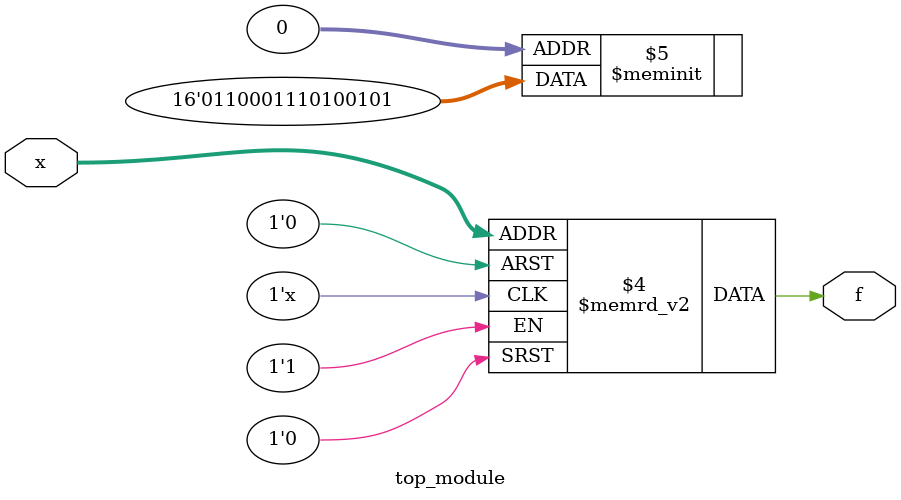
<source format=sv>
module top_module (
    input [4:1] x,
    output logic f
);

always_comb begin
    case (x)
        4'b0000: f = 1'b1;
        4'b0001: f = 1'b0;
        4'b0011: f = 1'b0;
        4'b0010: f = 1'b1;
        4'b0110: f = 1'b0;
        4'b0111: f = 1'b1;
        4'b0101: f = 1'b1;
        4'b0100: f = 1'b0;
        4'b1100: f = 1'b0;
        4'b1101: f = 1'b1;
        4'b1111: f = 1'b0;
        4'b1110: f = 1'b1;
        4'b1010: f = 1'b0;
        4'b1011: f = 1'b0;
        4'b1001: f = 1'b1;
        4'b1000: f = 1'b1;
        default: f = 1'b0;
    endcase
end

endmodule

</source>
